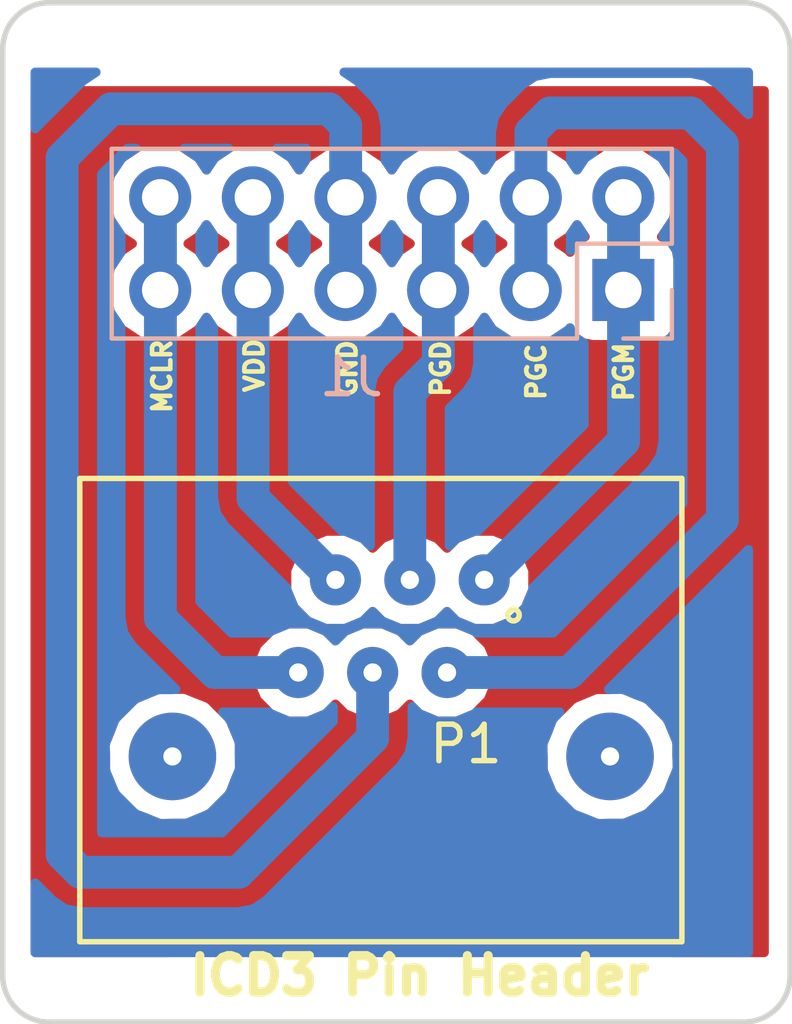
<source format=kicad_pcb>
(kicad_pcb (version 4) (host pcbnew 4.0.7)

  (general
    (links 12)
    (no_connects 0)
    (area 21.514999 16.434999 43.255001 44.525001)
    (thickness 1.6)
    (drawings 15)
    (tracks 34)
    (zones 0)
    (modules 2)
    (nets 7)
  )

  (page A4)
  (layers
    (0 F.Cu signal hide)
    (31 B.Cu signal)
    (32 B.Adhes user)
    (33 F.Adhes user)
    (34 B.Paste user)
    (35 F.Paste user)
    (36 B.SilkS user)
    (37 F.SilkS user)
    (38 B.Mask user)
    (39 F.Mask user)
    (40 Dwgs.User user)
    (41 Cmts.User user)
    (42 Eco1.User user)
    (43 Eco2.User user)
    (44 Edge.Cuts user)
    (45 Margin user)
    (46 B.CrtYd user)
    (47 F.CrtYd user)
    (48 B.Fab user)
    (49 F.Fab user)
  )

  (setup
    (last_trace_width 0.25)
    (user_trace_width 0.3)
    (user_trace_width 0.5)
    (user_trace_width 0.9)
    (user_trace_width 1)
    (user_trace_width 5)
    (user_trace_width 6)
    (user_trace_width 7)
    (user_trace_width 9)
    (trace_clearance 0.2)
    (zone_clearance 0.508)
    (zone_45_only no)
    (trace_min 0.2)
    (segment_width 0.2)
    (edge_width 0.15)
    (via_size 0.6)
    (via_drill 0.4)
    (via_min_size 0.4)
    (via_min_drill 0.3)
    (uvia_size 0.3)
    (uvia_drill 0.1)
    (uvias_allowed no)
    (uvia_min_size 0.2)
    (uvia_min_drill 0.1)
    (pcb_text_width 0.3)
    (pcb_text_size 1.5 1.5)
    (mod_edge_width 0.15)
    (mod_text_size 1 1)
    (mod_text_width 0.15)
    (pad_size 1.7 1.7)
    (pad_drill 1)
    (pad_to_mask_clearance 0.2)
    (aux_axis_origin 44.45 16.51)
    (visible_elements 7FFFFFFF)
    (pcbplotparams
      (layerselection 0x310f0_80000001)
      (usegerberextensions true)
      (usegerberattributes true)
      (excludeedgelayer true)
      (linewidth 0.100000)
      (plotframeref false)
      (viasonmask false)
      (mode 1)
      (useauxorigin true)
      (hpglpennumber 1)
      (hpglpenspeed 20)
      (hpglpendiameter 15)
      (hpglpenoverlay 2)
      (psnegative false)
      (psa4output false)
      (plotreference false)
      (plotvalue false)
      (plotinvisibletext false)
      (padsonsilk false)
      (subtractmaskfromsilk false)
      (outputformat 1)
      (mirror false)
      (drillshape 0)
      (scaleselection 1)
      (outputdirectory ../gerber/))
  )

  (net 0 "")
  (net 1 pin5)
  (net 2 pin6)
  (net 3 pin4)
  (net 4 pin3)
  (net 5 pin2)
  (net 6 pin1)

  (net_class Default "This is the default net class."
    (clearance 0.2)
    (trace_width 0.25)
    (via_dia 0.6)
    (via_drill 0.4)
    (uvia_dia 0.3)
    (uvia_drill 0.1)
    (add_net pin1)
    (add_net pin2)
    (add_net pin3)
    (add_net pin4)
    (add_net pin5)
    (add_net pin6)
  )

  (module rj12connector:myRJ12 (layer F.Cu) (tedit 59CD1AA6) (tstamp 59CCDEB6)
    (at 29.6926 34.86912)
    (path /59CCD932)
    (fp_text reference P1 (at 4.5974 1.96088) (layer F.SilkS)
      (effects (font (size 1 1) (thickness 0.15)))
    )
    (fp_text value RJ12_Housing (at 4.5974 4.50088) (layer F.Fab)
      (effects (font (size 1 1) (thickness 0.15)))
    )
    (fp_line (start -5.99 -5.32) (end -5.99 7.38) (layer F.SilkS) (width 0.15))
    (fp_line (start -5.99 7.38) (end 10.52 7.38) (layer F.SilkS) (width 0.15))
    (fp_line (start 10.52 7.38) (end 10.52 -5.32) (layer F.SilkS) (width 0.15))
    (fp_line (start 10.52 -5.32) (end -5.99 -5.32) (layer F.SilkS) (width 0.15))
    (fp_circle (center 5.9 -1.575) (end 6 -1.7) (layer F.SilkS) (width 0.15))
    (pad "" np_thru_hole circle (at 8.55 2.3) (size 2.4 2.4) (drill 0.5) (layers *.Cu *.Mask))
    (pad "" np_thru_hole circle (at -3.45 2.3) (size 2.4 2.4) (drill 0.5) (layers *.Cu *.Mask))
    (pad 1 thru_hole circle (at 5.1 -2.54) (size 1.4 1.4) (drill 0.5) (layers *.Cu *.Mask)
      (net 6 pin1))
    (pad 3 thru_hole circle (at 3.06 -2.54) (size 1.4 1.4) (drill 0.5) (layers *.Cu *.Mask)
      (net 4 pin3))
    (pad 5 thru_hole circle (at 1.02 -2.54) (size 1.4 1.4) (drill 0.5) (layers *.Cu *.Mask)
      (net 1 pin5))
    (pad 2 thru_hole circle (at 4.08 0) (size 1.4 1.4) (drill 0.5) (layers *.Cu *.Mask)
      (net 5 pin2))
    (pad 4 thru_hole circle (at 2.04 0) (size 1.4 1.4) (drill 0.5) (layers *.Cu *.Mask)
      (net 3 pin4))
    (pad 6 thru_hole circle (at 0 0) (size 1.4 1.4) (drill 0.5) (layers *.Cu *.Mask)
      (net 2 pin6))
  )

  (module Pin_Headers:Pin_Header_Straight_2x06_Pitch2.54mm (layer B.Cu) (tedit 59D0A9B3) (tstamp 59CCDED4)
    (at 38.608 24.384 90)
    (descr "Through hole straight pin header, 2x06, 2.54mm pitch, double rows")
    (tags "Through hole pin header THT 2x06 2.54mm double row")
    (path /59CCD3BF)
    (fp_text reference J1 (at -2.386 -7.458 360) (layer B.SilkS)
      (effects (font (size 1 1) (thickness 0.15)) (justify mirror))
    )
    (fp_text value Conn_02x06_Top_Bottom (at 6.604 -5.588 180) (layer B.Fab) hide
      (effects (font (size 1 1) (thickness 0.15)) (justify mirror))
    )
    (fp_line (start 0 1.27) (end 3.81 1.27) (layer B.Fab) (width 0.1))
    (fp_line (start 3.81 1.27) (end 3.81 -13.97) (layer B.Fab) (width 0.1))
    (fp_line (start 3.81 -13.97) (end -1.27 -13.97) (layer B.Fab) (width 0.1))
    (fp_line (start -1.27 -13.97) (end -1.27 0) (layer B.Fab) (width 0.1))
    (fp_line (start -1.27 0) (end 0 1.27) (layer B.Fab) (width 0.1))
    (fp_line (start -1.33 -14.03) (end 3.87 -14.03) (layer B.SilkS) (width 0.12))
    (fp_line (start -1.33 -1.27) (end -1.33 -14.03) (layer B.SilkS) (width 0.12))
    (fp_line (start 3.87 1.33) (end 3.87 -14.03) (layer B.SilkS) (width 0.12))
    (fp_line (start -1.33 -1.27) (end 1.27 -1.27) (layer B.SilkS) (width 0.12))
    (fp_line (start 1.27 -1.27) (end 1.27 1.33) (layer B.SilkS) (width 0.12))
    (fp_line (start 1.27 1.33) (end 3.87 1.33) (layer B.SilkS) (width 0.12))
    (fp_line (start -1.33 0) (end -1.33 1.33) (layer B.SilkS) (width 0.12))
    (fp_line (start -1.33 1.33) (end 0 1.33) (layer B.SilkS) (width 0.12))
    (fp_line (start -1.8 1.8) (end -1.8 -14.5) (layer B.CrtYd) (width 0.05))
    (fp_line (start -1.8 -14.5) (end 4.35 -14.5) (layer B.CrtYd) (width 0.05))
    (fp_line (start 4.35 -14.5) (end 4.35 1.8) (layer B.CrtYd) (width 0.05))
    (fp_line (start 4.35 1.8) (end -1.8 1.8) (layer B.CrtYd) (width 0.05))
    (fp_text user %R (at 1.27 -6.35 360) (layer B.Fab)
      (effects (font (size 1 1) (thickness 0.15)) (justify mirror))
    )
    (pad 1 thru_hole rect (at 0 0 90) (size 1.7 1.7) (drill 1) (layers *.Cu *.Mask)
      (net 6 pin1))
    (pad 7 thru_hole oval (at 2.54 0 90) (size 1.7 1.7) (drill 1) (layers *.Cu *.Mask)
      (net 6 pin1))
    (pad 2 thru_hole oval (at 0 -2.54 90) (size 1.7 1.7) (drill 1) (layers *.Cu *.Mask)
      (net 5 pin2))
    (pad 8 thru_hole oval (at 2.54 -2.54 90) (size 1.7 1.7) (drill 1) (layers *.Cu *.Mask)
      (net 5 pin2))
    (pad 3 thru_hole oval (at 0 -5.08 90) (size 1.7 1.7) (drill 1) (layers *.Cu *.Mask)
      (net 4 pin3))
    (pad 9 thru_hole oval (at 2.54 -5.08 90) (size 1.7 1.7) (drill 1) (layers *.Cu *.Mask)
      (net 4 pin3))
    (pad 4 thru_hole oval (at 0 -7.62 90) (size 1.7 1.7) (drill 1) (layers *.Cu *.Mask)
      (net 3 pin4))
    (pad 10 thru_hole oval (at 2.54 -7.62 90) (size 1.7 1.7) (drill 1) (layers *.Cu *.Mask)
      (net 3 pin4))
    (pad 5 thru_hole oval (at 0 -10.16 90) (size 1.7 1.7) (drill 1) (layers *.Cu *.Mask)
      (net 1 pin5))
    (pad 11 thru_hole oval (at 2.54 -10.16 90) (size 1.7 1.7) (drill 1) (layers *.Cu *.Mask)
      (net 1 pin5))
    (pad 6 thru_hole oval (at 0 -12.7 90) (size 1.7 1.7) (drill 1) (layers *.Cu *.Mask)
      (net 2 pin6))
    (pad 12 thru_hole oval (at 2.54 -12.7 90) (size 1.7 1.7) (drill 1) (layers *.Cu *.Mask)
      (net 2 pin6))
    (model ${KISYS3DMOD}/Pin_Headers.3dshapes/Pin_Header_Straight_2x06_Pitch2.54mm.wrl
      (at (xyz 0 0 0))
      (scale (xyz 1 1 1))
      (rotate (xyz 0 0 0))
    )
  )

  (gr_text MCLR (at 25.96 26.75 90) (layer F.SilkS)
    (effects (font (size 0.5 0.5) (thickness 0.125)))
  )
  (gr_text VDD (at 28.49 26.45 90) (layer F.SilkS)
    (effects (font (size 0.5 0.5) (thickness 0.125)))
  )
  (gr_text GND (at 31.04 26.54 90) (layer F.SilkS)
    (effects (font (size 0.5 0.5) (thickness 0.125)))
  )
  (gr_text PGD (at 33.6 26.54 90) (layer F.SilkS)
    (effects (font (size 0.5 0.5) (thickness 0.125)))
  )
  (gr_text PGC (at 36.22 26.63 90) (layer F.SilkS)
    (effects (font (size 0.5 0.5) (thickness 0.125)))
  )
  (gr_text PGM (at 38.62 26.63 90) (layer F.SilkS)
    (effects (font (size 0.5 0.5) (thickness 0.125)))
  )
  (gr_text "ICD3 Pin Header" (at 33.02 43.18) (layer F.SilkS)
    (effects (font (size 1 1) (thickness 0.25)))
  )
  (gr_line (start 22.86 44.45) (end 41.91 44.45) (angle 90) (layer Edge.Cuts) (width 0.15))
  (gr_line (start 21.59 17.78) (end 21.59 43.18) (angle 90) (layer Edge.Cuts) (width 0.15))
  (gr_line (start 41.91 16.51) (end 22.86 16.51) (angle 90) (layer Edge.Cuts) (width 0.15))
  (gr_line (start 43.18 43.18) (end 43.18 17.78) (angle 90) (layer Edge.Cuts) (width 0.15))
  (gr_arc (start 41.91 43.18) (end 43.18 43.18) (angle 90) (layer Edge.Cuts) (width 0.15))
  (gr_arc (start 22.86 43.18) (end 22.86 44.45) (angle 90) (layer Edge.Cuts) (width 0.15))
  (gr_arc (start 41.91 17.78) (end 41.91 16.51) (angle 90) (layer Edge.Cuts) (width 0.15))
  (gr_arc (start 22.86 17.78) (end 21.59 17.78) (angle 90) (layer Edge.Cuts) (width 0.15))

  (segment (start 28.45308 22.15642) (end 28.45308 24.69642) (width 0.9) (layer B.Cu) (net 1))
  (segment (start 30.7126 32.32912) (end 30.69082 32.32912) (width 0.9) (layer F.Cu) (net 1))
  (segment (start 30.69082 32.32912) (end 28.45308 30.09138) (width 0.9) (layer B.Cu) (net 1) (tstamp 59CCE157))
  (segment (start 28.45308 30.09138) (end 28.45308 22.15642) (width 0.9) (layer B.Cu) (net 1) (tstamp 59CCE158))
  (segment (start 25.91308 22.15642) (end 25.91308 24.69642) (width 0.9) (layer B.Cu) (net 2))
  (segment (start 29.6926 34.86912) (end 27.40914 34.86912) (width 0.9) (layer B.Cu) (net 2))
  (segment (start 25.91308 33.37306) (end 25.91308 22.15642) (width 0.9) (layer B.Cu) (net 2) (tstamp 59CCE140))
  (segment (start 27.40914 34.86912) (end 25.91308 33.37306) (width 0.9) (layer B.Cu) (net 2) (tstamp 59CCE13F))
  (segment (start 30.99308 22.15642) (end 30.99308 24.69642) (width 0.9) (layer B.Cu) (net 3))
  (segment (start 31.7326 34.86912) (end 31.7326 36.66452) (width 0.9) (layer B.Cu) (net 3))
  (segment (start 30.99308 19.87296) (end 30.99308 24.69642) (width 0.9) (layer B.Cu) (net 3) (tstamp 59CCE153))
  (segment (start 30.53842 19.4183) (end 30.99308 19.87296) (width 0.9) (layer B.Cu) (net 3) (tstamp 59CCE152))
  (segment (start 24.55926 19.4183) (end 30.53842 19.4183) (width 0.9) (layer B.Cu) (net 3) (tstamp 59CCE151))
  (segment (start 23.21814 20.75942) (end 24.55926 19.4183) (width 0.9) (layer B.Cu) (net 3) (tstamp 59CCE150))
  (segment (start 23.21814 39.84244) (end 23.21814 20.75942) (width 0.9) (layer B.Cu) (net 3) (tstamp 59CCE14F))
  (segment (start 23.72106 40.34536) (end 23.21814 39.84244) (width 0.9) (layer B.Cu) (net 3) (tstamp 59CCE14E))
  (segment (start 28.05176 40.34536) (end 23.72106 40.34536) (width 0.9) (layer B.Cu) (net 3) (tstamp 59CCE14C))
  (segment (start 31.7326 36.66452) (end 28.05176 40.34536) (width 0.9) (layer B.Cu) (net 3) (tstamp 59CCE14B))
  (segment (start 33.53308 22.15642) (end 33.53308 24.69642) (width 0.9) (layer B.Cu) (net 4))
  (segment (start 32.7526 32.32912) (end 32.7526 27.1787) (width 0.9) (layer B.Cu) (net 4))
  (segment (start 33.53308 26.39822) (end 33.53308 22.15642) (width 0.9) (layer B.Cu) (net 4) (tstamp 59CCE137))
  (segment (start 32.7526 27.1787) (end 33.53308 26.39822) (width 0.9) (layer B.Cu) (net 4) (tstamp 59CCE136))
  (segment (start 36.07308 22.15642) (end 36.07308 24.69642) (width 0.9) (layer B.Cu) (net 5))
  (segment (start 33.7726 34.86912) (end 37.13226 34.86912) (width 0.9) (layer B.Cu) (net 5))
  (segment (start 36.07308 20.05838) (end 36.07308 24.69642) (width 0.9) (layer B.Cu) (net 5) (tstamp 59CCE132))
  (segment (start 36.6014 19.53006) (end 36.07308 20.05838) (width 0.9) (layer B.Cu) (net 5) (tstamp 59CCE131))
  (segment (start 40.45712 19.53006) (end 36.6014 19.53006) (width 0.9) (layer B.Cu) (net 5) (tstamp 59CCE130))
  (segment (start 41.32326 20.3962) (end 40.45712 19.53006) (width 0.9) (layer B.Cu) (net 5) (tstamp 59CCE12F))
  (segment (start 41.32326 30.67812) (end 41.32326 20.3962) (width 0.9) (layer B.Cu) (net 5) (tstamp 59CCE12D))
  (segment (start 37.13226 34.86912) (end 41.32326 30.67812) (width 0.9) (layer B.Cu) (net 5) (tstamp 59CCE12C))
  (segment (start 38.61308 22.15642) (end 38.61308 24.69642) (width 0.9) (layer B.Cu) (net 6))
  (segment (start 34.7926 32.32912) (end 34.8107 32.32912) (width 0.9) (layer F.Cu) (net 6))
  (segment (start 34.8107 32.32912) (end 38.61308 28.52674) (width 0.9) (layer B.Cu) (net 6) (tstamp 59CCE126))
  (segment (start 38.61308 28.52674) (end 38.61308 22.15642) (width 0.9) (layer B.Cu) (net 6) (tstamp 59CCE127))

  (zone (net 0) (net_name "") (layer F.Cu) (tstamp 0) (hatch edge 0.508)
    (connect_pads (clearance 0.508))
    (min_thickness 0.254)
    (fill yes (arc_segments 16) (thermal_gap 0.508) (thermal_bridge_width 0.508))
    (polygon
      (pts
        (xy 22.352 18.796) (xy 42.672 18.796) (xy 42.672 42.672) (xy 22.352 42.672)
      )
    )
    (filled_polygon
      (pts
        (xy 42.47 42.545) (xy 39.916905 42.545) (xy 39.916905 42.228) (xy 26.123095 42.228) (xy 26.123095 42.545)
        (xy 22.479 42.545) (xy 22.479 36.856854) (xy 24.397893 36.856854) (xy 24.407577 37.19462) (xy 24.407282 37.532523)
        (xy 24.418009 37.558484) (xy 24.418814 37.586563) (xy 24.657812 38.163555) (xy 24.670212 38.168864) (xy 24.686055 38.207206)
        (xy 25.201799 38.72385) (xy 25.242539 38.740767) (xy 25.248165 38.753908) (xy 25.563935 38.874222) (xy 25.875995 39.003801)
        (xy 25.904085 39.003826) (xy 25.930334 39.013827) (xy 26.2681 39.004143) (xy 26.606003 39.004438) (xy 26.631964 38.993711)
        (xy 26.660043 38.992906) (xy 27.237035 38.753908) (xy 27.242344 38.741508) (xy 27.280686 38.725665) (xy 27.79733 38.209921)
        (xy 27.814247 38.169181) (xy 27.827388 38.163555) (xy 27.947702 37.847785) (xy 28.077281 37.535725) (xy 28.077306 37.507635)
        (xy 28.087307 37.481386) (xy 28.077623 37.14362) (xy 28.077873 36.856854) (xy 36.397893 36.856854) (xy 36.407577 37.19462)
        (xy 36.407282 37.532523) (xy 36.418009 37.558484) (xy 36.418814 37.586563) (xy 36.657812 38.163555) (xy 36.670212 38.168864)
        (xy 36.686055 38.207206) (xy 37.201799 38.72385) (xy 37.242539 38.740767) (xy 37.248165 38.753908) (xy 37.563935 38.874222)
        (xy 37.875995 39.003801) (xy 37.904085 39.003826) (xy 37.930334 39.013827) (xy 38.2681 39.004143) (xy 38.606003 39.004438)
        (xy 38.631964 38.993711) (xy 38.660043 38.992906) (xy 39.237035 38.753908) (xy 39.242344 38.741508) (xy 39.280686 38.725665)
        (xy 39.79733 38.209921) (xy 39.814247 38.169181) (xy 39.827388 38.163555) (xy 39.947702 37.847785) (xy 40.077281 37.535725)
        (xy 40.077306 37.507635) (xy 40.087307 37.481386) (xy 40.077623 37.14362) (xy 40.077918 36.805717) (xy 40.067191 36.779756)
        (xy 40.066386 36.751677) (xy 39.827388 36.174685) (xy 39.814988 36.169376) (xy 39.799145 36.131034) (xy 39.283401 35.61439)
        (xy 39.242661 35.597473) (xy 39.237035 35.584332) (xy 38.921265 35.464018) (xy 38.609205 35.334439) (xy 38.581115 35.334414)
        (xy 38.554866 35.324413) (xy 38.2171 35.334097) (xy 37.879197 35.333802) (xy 37.853236 35.344529) (xy 37.825157 35.345334)
        (xy 37.248165 35.584332) (xy 37.242856 35.596732) (xy 37.204514 35.612575) (xy 36.68787 36.128319) (xy 36.670953 36.169059)
        (xy 36.657812 36.174685) (xy 36.537498 36.490455) (xy 36.407919 36.802515) (xy 36.407894 36.830605) (xy 36.397893 36.856854)
        (xy 28.077873 36.856854) (xy 28.077918 36.805717) (xy 28.067191 36.779756) (xy 28.066386 36.751677) (xy 27.827388 36.174685)
        (xy 27.814988 36.169376) (xy 27.799145 36.131034) (xy 27.283401 35.61439) (xy 27.242661 35.597473) (xy 27.237035 35.584332)
        (xy 26.921265 35.464018) (xy 26.609205 35.334439) (xy 26.581115 35.334414) (xy 26.554866 35.324413) (xy 26.2171 35.334097)
        (xy 25.879197 35.333802) (xy 25.853236 35.344529) (xy 25.825157 35.345334) (xy 25.248165 35.584332) (xy 25.242856 35.596732)
        (xy 25.204514 35.612575) (xy 24.68787 36.128319) (xy 24.670953 36.169059) (xy 24.657812 36.174685) (xy 24.537498 36.490455)
        (xy 24.407919 36.802515) (xy 24.407894 36.830605) (xy 24.397893 36.856854) (xy 22.479 36.856854) (xy 22.479 35.133503)
        (xy 28.357369 35.133503) (xy 28.560182 35.624349) (xy 28.935396 36.000218) (xy 29.425887 36.203888) (xy 29.956983 36.204351)
        (xy 30.447829 36.001538) (xy 30.712733 35.737096) (xy 30.975396 36.000218) (xy 31.465887 36.203888) (xy 31.996983 36.204351)
        (xy 32.487829 36.001538) (xy 32.752733 35.737096) (xy 33.015396 36.000218) (xy 33.505887 36.203888) (xy 34.036983 36.204351)
        (xy 34.527829 36.001538) (xy 34.903698 35.626324) (xy 35.107368 35.135833) (xy 35.107831 34.604737) (xy 34.905018 34.113891)
        (xy 34.529804 33.738022) (xy 34.039313 33.534352) (xy 33.508217 33.533889) (xy 33.017371 33.736702) (xy 32.752467 34.001144)
        (xy 32.489804 33.738022) (xy 31.999313 33.534352) (xy 31.468217 33.533889) (xy 30.977371 33.736702) (xy 30.712467 34.001144)
        (xy 30.449804 33.738022) (xy 29.959313 33.534352) (xy 29.428217 33.533889) (xy 28.937371 33.736702) (xy 28.561502 34.111916)
        (xy 28.357832 34.602407) (xy 28.357369 35.133503) (xy 22.479 35.133503) (xy 22.479 32.593503) (xy 29.377369 32.593503)
        (xy 29.580182 33.084349) (xy 29.955396 33.460218) (xy 30.445887 33.663888) (xy 30.976983 33.664351) (xy 31.467829 33.461538)
        (xy 31.732733 33.197096) (xy 31.995396 33.460218) (xy 32.485887 33.663888) (xy 33.016983 33.664351) (xy 33.507829 33.461538)
        (xy 33.772733 33.197096) (xy 34.035396 33.460218) (xy 34.525887 33.663888) (xy 35.056983 33.664351) (xy 35.547829 33.461538)
        (xy 35.923698 33.086324) (xy 36.127368 32.595833) (xy 36.127831 32.064737) (xy 35.925018 31.573891) (xy 35.549804 31.198022)
        (xy 35.059313 30.994352) (xy 34.528217 30.993889) (xy 34.037371 31.196702) (xy 33.772467 31.461144) (xy 33.509804 31.198022)
        (xy 33.019313 30.994352) (xy 32.488217 30.993889) (xy 31.997371 31.196702) (xy 31.732467 31.461144) (xy 31.469804 31.198022)
        (xy 30.979313 30.994352) (xy 30.448217 30.993889) (xy 29.957371 31.196702) (xy 29.581502 31.571916) (xy 29.377832 32.062407)
        (xy 29.377369 32.593503) (xy 22.479 32.593503) (xy 22.479 21.814907) (xy 24.423 21.814907) (xy 24.423 21.873093)
        (xy 24.536039 22.441378) (xy 24.857946 22.923147) (xy 25.143578 23.114) (xy 24.857946 23.304853) (xy 24.536039 23.786622)
        (xy 24.423 24.354907) (xy 24.423 24.413093) (xy 24.536039 24.981378) (xy 24.857946 25.463147) (xy 25.339715 25.785054)
        (xy 25.908 25.898093) (xy 26.476285 25.785054) (xy 26.958054 25.463147) (xy 27.178 25.133974) (xy 27.397946 25.463147)
        (xy 27.879715 25.785054) (xy 28.448 25.898093) (xy 29.016285 25.785054) (xy 29.498054 25.463147) (xy 29.718 25.133974)
        (xy 29.937946 25.463147) (xy 30.419715 25.785054) (xy 30.988 25.898093) (xy 31.556285 25.785054) (xy 32.038054 25.463147)
        (xy 32.258 25.133974) (xy 32.477946 25.463147) (xy 32.959715 25.785054) (xy 33.528 25.898093) (xy 34.096285 25.785054)
        (xy 34.578054 25.463147) (xy 34.798 25.133974) (xy 35.017946 25.463147) (xy 35.499715 25.785054) (xy 36.068 25.898093)
        (xy 36.636285 25.785054) (xy 37.118054 25.463147) (xy 37.14585 25.421548) (xy 37.154838 25.469317) (xy 37.29391 25.685441)
        (xy 37.50611 25.830431) (xy 37.758 25.88144) (xy 39.458 25.88144) (xy 39.693317 25.837162) (xy 39.909441 25.69809)
        (xy 40.054431 25.48589) (xy 40.10544 25.234) (xy 40.10544 23.534) (xy 40.061162 23.298683) (xy 39.92209 23.082559)
        (xy 39.70989 22.937569) (xy 39.653546 22.926159) (xy 39.658054 22.923147) (xy 39.979961 22.441378) (xy 40.093 21.873093)
        (xy 40.093 21.814907) (xy 39.979961 21.246622) (xy 39.658054 20.764853) (xy 39.176285 20.442946) (xy 38.608 20.329907)
        (xy 38.039715 20.442946) (xy 37.557946 20.764853) (xy 37.338 21.094026) (xy 37.118054 20.764853) (xy 36.636285 20.442946)
        (xy 36.068 20.329907) (xy 35.499715 20.442946) (xy 35.017946 20.764853) (xy 34.798 21.094026) (xy 34.578054 20.764853)
        (xy 34.096285 20.442946) (xy 33.528 20.329907) (xy 32.959715 20.442946) (xy 32.477946 20.764853) (xy 32.258 21.094026)
        (xy 32.038054 20.764853) (xy 31.556285 20.442946) (xy 30.988 20.329907) (xy 30.419715 20.442946) (xy 29.937946 20.764853)
        (xy 29.718 21.094026) (xy 29.498054 20.764853) (xy 29.016285 20.442946) (xy 28.448 20.329907) (xy 27.879715 20.442946)
        (xy 27.397946 20.764853) (xy 27.178 21.094026) (xy 26.958054 20.764853) (xy 26.476285 20.442946) (xy 25.908 20.329907)
        (xy 25.339715 20.442946) (xy 24.857946 20.764853) (xy 24.536039 21.246622) (xy 24.423 21.814907) (xy 22.479 21.814907)
        (xy 22.479 18.923) (xy 42.47 18.923)
      )
    )
    (filled_polygon
      (pts
        (xy 35.017946 22.923147) (xy 35.303578 23.114) (xy 35.017946 23.304853) (xy 34.798 23.634026) (xy 34.578054 23.304853)
        (xy 34.292422 23.114) (xy 34.578054 22.923147) (xy 34.798 22.593974)
      )
    )
    (filled_polygon
      (pts
        (xy 32.477946 22.923147) (xy 32.763578 23.114) (xy 32.477946 23.304853) (xy 32.258 23.634026) (xy 32.038054 23.304853)
        (xy 31.752422 23.114) (xy 32.038054 22.923147) (xy 32.258 22.593974)
      )
    )
    (filled_polygon
      (pts
        (xy 29.937946 22.923147) (xy 30.223578 23.114) (xy 29.937946 23.304853) (xy 29.718 23.634026) (xy 29.498054 23.304853)
        (xy 29.212422 23.114) (xy 29.498054 22.923147) (xy 29.718 22.593974)
      )
    )
    (filled_polygon
      (pts
        (xy 27.397946 22.923147) (xy 27.683578 23.114) (xy 27.397946 23.304853) (xy 27.178 23.634026) (xy 26.958054 23.304853)
        (xy 26.672422 23.114) (xy 26.958054 22.923147) (xy 27.178 22.593974)
      )
    )
    (filled_polygon
      (pts
        (xy 37.557946 22.923147) (xy 37.559179 22.923971) (xy 37.522683 22.930838) (xy 37.306559 23.06991) (xy 37.161569 23.28211)
        (xy 37.147914 23.349541) (xy 37.118054 23.304853) (xy 36.832422 23.114) (xy 37.118054 22.923147) (xy 37.338 22.593974)
      )
    )
  )
  (zone (net 0) (net_name "") (layer B.Cu) (tstamp 0) (hatch edge 0.508)
    (connect_pads (clearance 0.508))
    (min_thickness 0.254)
    (fill yes (arc_segments 16) (thermal_gap 0.508) (thermal_bridge_width 0.508))
    (polygon
      (pts
        (xy 22.352 18.288) (xy 42.164 18.288) (xy 42.164 42.672) (xy 22.352 42.672)
      )
    )
    (filled_polygon
      (pts
        (xy 42.037 42.545) (xy 22.479 42.545) (xy 22.479 40.637722) (xy 22.953849 41.112571) (xy 23.305848 41.347769)
        (xy 23.72106 41.43036) (xy 28.05176 41.43036) (xy 28.466972 41.347769) (xy 28.818971 41.112571) (xy 32.499811 37.431731)
        (xy 32.73501 37.079731) (xy 32.8176 36.66452) (xy 32.8176 35.802077) (xy 33.015396 36.000218) (xy 33.505887 36.203888)
        (xy 34.036983 36.204351) (xy 34.527829 36.001538) (xy 34.57533 35.95412) (xy 36.862373 35.95412) (xy 36.68787 36.128319)
        (xy 36.670953 36.169059) (xy 36.657812 36.174685) (xy 36.537498 36.490455) (xy 36.407919 36.802515) (xy 36.407894 36.830605)
        (xy 36.397893 36.856854) (xy 36.407577 37.19462) (xy 36.407282 37.532523) (xy 36.418009 37.558484) (xy 36.418814 37.586563)
        (xy 36.657812 38.163555) (xy 36.670212 38.168864) (xy 36.686055 38.207206) (xy 37.201799 38.72385) (xy 37.242539 38.740767)
        (xy 37.248165 38.753908) (xy 37.563935 38.874222) (xy 37.875995 39.003801) (xy 37.904085 39.003826) (xy 37.930334 39.013827)
        (xy 38.2681 39.004143) (xy 38.606003 39.004438) (xy 38.631964 38.993711) (xy 38.660043 38.992906) (xy 39.237035 38.753908)
        (xy 39.242344 38.741508) (xy 39.280686 38.725665) (xy 39.79733 38.209921) (xy 39.814247 38.169181) (xy 39.827388 38.163555)
        (xy 39.947702 37.847785) (xy 40.077281 37.535725) (xy 40.077306 37.507635) (xy 40.087307 37.481386) (xy 40.077623 37.14362)
        (xy 40.077918 36.805717) (xy 40.067191 36.779756) (xy 40.066386 36.751677) (xy 39.827388 36.174685) (xy 39.814988 36.169376)
        (xy 39.799145 36.131034) (xy 39.283401 35.61439) (xy 39.242661 35.597473) (xy 39.237035 35.584332) (xy 38.921265 35.464018)
        (xy 38.609205 35.334439) (xy 38.581115 35.334414) (xy 38.554866 35.324413) (xy 38.2171 35.334097) (xy 38.201719 35.334083)
        (xy 42.037 31.498802)
      )
    )
    (filled_polygon
      (pts
        (xy 24.857946 20.764853) (xy 24.536039 21.246622) (xy 24.423 21.814907) (xy 24.423 21.873093) (xy 24.536039 22.441378)
        (xy 24.82808 22.878449) (xy 24.82808 23.349551) (xy 24.536039 23.786622) (xy 24.423 24.354907) (xy 24.423 24.413093)
        (xy 24.536039 24.981378) (xy 24.82808 25.418449) (xy 24.82808 33.37306) (xy 24.910671 33.788272) (xy 25.145869 34.140271)
        (xy 26.336278 35.33068) (xy 26.2171 35.334097) (xy 25.879197 35.333802) (xy 25.853236 35.344529) (xy 25.825157 35.345334)
        (xy 25.248165 35.584332) (xy 25.242856 35.596732) (xy 25.204514 35.612575) (xy 24.68787 36.128319) (xy 24.670953 36.169059)
        (xy 24.657812 36.174685) (xy 24.537498 36.490455) (xy 24.407919 36.802515) (xy 24.407894 36.830605) (xy 24.397893 36.856854)
        (xy 24.407577 37.19462) (xy 24.407282 37.532523) (xy 24.418009 37.558484) (xy 24.418814 37.586563) (xy 24.657812 38.163555)
        (xy 24.670212 38.168864) (xy 24.686055 38.207206) (xy 25.201799 38.72385) (xy 25.242539 38.740767) (xy 25.248165 38.753908)
        (xy 25.563935 38.874222) (xy 25.875995 39.003801) (xy 25.904085 39.003826) (xy 25.930334 39.013827) (xy 26.2681 39.004143)
        (xy 26.606003 39.004438) (xy 26.631964 38.993711) (xy 26.660043 38.992906) (xy 27.237035 38.753908) (xy 27.242344 38.741508)
        (xy 27.280686 38.725665) (xy 27.79733 38.209921) (xy 27.814247 38.169181) (xy 27.827388 38.163555) (xy 27.947702 37.847785)
        (xy 28.077281 37.535725) (xy 28.077306 37.507635) (xy 28.087307 37.481386) (xy 28.077623 37.14362) (xy 28.077918 36.805717)
        (xy 28.067191 36.779756) (xy 28.066386 36.751677) (xy 27.827388 36.174685) (xy 27.814988 36.169376) (xy 27.799145 36.131034)
        (xy 27.622539 35.95412) (xy 28.889378 35.95412) (xy 28.935396 36.000218) (xy 29.425887 36.203888) (xy 29.956983 36.204351)
        (xy 30.447829 36.001538) (xy 30.6476 35.802115) (xy 30.6476 36.215098) (xy 27.602338 39.26036) (xy 24.30314 39.26036)
        (xy 24.30314 21.208842) (xy 25.008682 20.5033) (xy 25.249389 20.5033)
      )
    )
    (filled_polygon
      (pts
        (xy 40.23826 20.845622) (xy 40.23826 30.228698) (xy 36.682838 33.78412) (xy 34.575822 33.78412) (xy 34.529804 33.738022)
        (xy 34.039313 33.534352) (xy 33.508217 33.533889) (xy 33.017371 33.736702) (xy 32.752467 34.001144) (xy 32.489804 33.738022)
        (xy 31.999313 33.534352) (xy 31.468217 33.533889) (xy 30.977371 33.736702) (xy 30.712467 34.001144) (xy 30.449804 33.738022)
        (xy 29.959313 33.534352) (xy 29.428217 33.533889) (xy 28.937371 33.736702) (xy 28.88987 33.78412) (xy 27.858562 33.78412)
        (xy 26.99808 32.923638) (xy 26.99808 25.403244) (xy 27.178 25.133974) (xy 27.36808 25.418449) (xy 27.36808 30.09138)
        (xy 27.450671 30.506592) (xy 27.685869 30.858591) (xy 29.377407 32.550129) (xy 29.377369 32.593503) (xy 29.580182 33.084349)
        (xy 29.955396 33.460218) (xy 30.445887 33.663888) (xy 30.976983 33.664351) (xy 31.467829 33.461538) (xy 31.732733 33.197096)
        (xy 31.995396 33.460218) (xy 32.485887 33.663888) (xy 33.016983 33.664351) (xy 33.507829 33.461538) (xy 33.772733 33.197096)
        (xy 34.035396 33.460218) (xy 34.525887 33.663888) (xy 35.056983 33.664351) (xy 35.547829 33.461538) (xy 35.923698 33.086324)
        (xy 36.127368 32.595833) (xy 36.127411 32.546831) (xy 39.380291 29.293951) (xy 39.517254 29.088971) (xy 39.615489 28.941952)
        (xy 39.69808 28.52674) (xy 39.69808 25.834097) (xy 39.909441 25.69809) (xy 40.054431 25.48589) (xy 40.10544 25.234)
        (xy 40.10544 23.534) (xy 40.061162 23.298683) (xy 39.92209 23.082559) (xy 39.70989 22.937569) (xy 39.69808 22.935177)
        (xy 39.69808 22.863244) (xy 39.979961 22.441378) (xy 40.093 21.873093) (xy 40.093 21.814907) (xy 39.979961 21.246622)
        (xy 39.658054 20.764853) (xy 39.433872 20.61506) (xy 40.007698 20.61506)
      )
    )
    (filled_polygon
      (pts
        (xy 32.44808 25.418449) (xy 32.44808 25.948798) (xy 31.985389 26.411489) (xy 31.750191 26.763488) (xy 31.6676 27.1787)
        (xy 31.6676 31.396163) (xy 31.469804 31.198022) (xy 30.979313 30.994352) (xy 30.890396 30.994274) (xy 29.53808 29.641958)
        (xy 29.53808 25.403244) (xy 29.718 25.133974) (xy 29.937946 25.463147) (xy 30.419715 25.785054) (xy 30.988 25.898093)
        (xy 31.556285 25.785054) (xy 32.038054 25.463147) (xy 32.258 25.133974)
      )
    )
    (filled_polygon
      (pts
        (xy 35.017946 25.463147) (xy 35.499715 25.785054) (xy 36.068 25.898093) (xy 36.636285 25.785054) (xy 37.118054 25.463147)
        (xy 37.14585 25.421548) (xy 37.154838 25.469317) (xy 37.29391 25.685441) (xy 37.50611 25.830431) (xy 37.52808 25.83488)
        (xy 37.52808 28.077318) (xy 34.611436 30.993962) (xy 34.528217 30.993889) (xy 34.037371 31.196702) (xy 33.8376 31.396125)
        (xy 33.8376 27.628122) (xy 34.300291 27.165431) (xy 34.535489 26.813432) (xy 34.61808 26.39822) (xy 34.61808 25.403244)
        (xy 34.798 25.133974)
      )
    )
    (filled_polygon
      (pts
        (xy 32.44808 22.878449) (xy 32.44808 23.349551) (xy 32.258 23.634026) (xy 32.07808 23.364756) (xy 32.07808 22.863244)
        (xy 32.258 22.593974)
      )
    )
    (filled_polygon
      (pts
        (xy 34.98808 22.878449) (xy 34.98808 23.349551) (xy 34.798 23.634026) (xy 34.61808 23.364756) (xy 34.61808 22.863244)
        (xy 34.798 22.593974)
      )
    )
    (filled_polygon
      (pts
        (xy 29.90808 22.878449) (xy 29.90808 23.349551) (xy 29.718 23.634026) (xy 29.53808 23.364756) (xy 29.53808 22.863244)
        (xy 29.718 22.593974)
      )
    )
    (filled_polygon
      (pts
        (xy 27.36808 22.878449) (xy 27.36808 23.349551) (xy 27.178 23.634026) (xy 26.99808 23.364756) (xy 26.99808 22.863244)
        (xy 27.178 22.593974)
      )
    )
    (filled_polygon
      (pts
        (xy 37.52808 22.878449) (xy 37.52808 22.929822) (xy 37.522683 22.930838) (xy 37.306559 23.06991) (xy 37.161569 23.28211)
        (xy 37.15808 23.299339) (xy 37.15808 22.863244) (xy 37.338 22.593974)
      )
    )
    (filled_polygon
      (pts
        (xy 42.037 19.575518) (xy 41.224331 18.762849) (xy 41.05707 18.651089) (xy 40.872332 18.527651) (xy 40.45712 18.44506)
        (xy 36.6014 18.44506) (xy 36.186188 18.527651) (xy 36.00145 18.651089) (xy 35.834189 18.762849) (xy 35.305869 19.291169)
        (xy 35.070671 19.643168) (xy 34.98808 20.05838) (xy 34.98808 20.809551) (xy 34.798 21.094026) (xy 34.578054 20.764853)
        (xy 34.096285 20.442946) (xy 33.528 20.329907) (xy 32.959715 20.442946) (xy 32.477946 20.764853) (xy 32.258 21.094026)
        (xy 32.07808 20.824756) (xy 32.07808 19.87296) (xy 31.995489 19.457748) (xy 31.760291 19.105749) (xy 31.305631 18.651089)
        (xy 30.953632 18.415891) (xy 30.949153 18.415) (xy 42.037 18.415)
      )
    )
    (filled_polygon
      (pts
        (xy 27.397946 20.764853) (xy 27.178 21.094026) (xy 26.958054 20.764853) (xy 26.566611 20.5033) (xy 27.789389 20.5033)
      )
    )
    (filled_polygon
      (pts
        (xy 29.90808 20.809551) (xy 29.718 21.094026) (xy 29.498054 20.764853) (xy 29.106611 20.5033) (xy 29.90808 20.5033)
      )
    )
    (filled_polygon
      (pts
        (xy 37.557946 20.764853) (xy 37.338 21.094026) (xy 37.15808 20.824756) (xy 37.15808 20.61506) (xy 37.782128 20.61506)
      )
    )
    (filled_polygon
      (pts
        (xy 24.144048 18.415891) (xy 23.792049 18.651089) (xy 22.479 19.964138) (xy 22.479 18.415) (xy 24.148527 18.415)
      )
    )
  )
)

</source>
